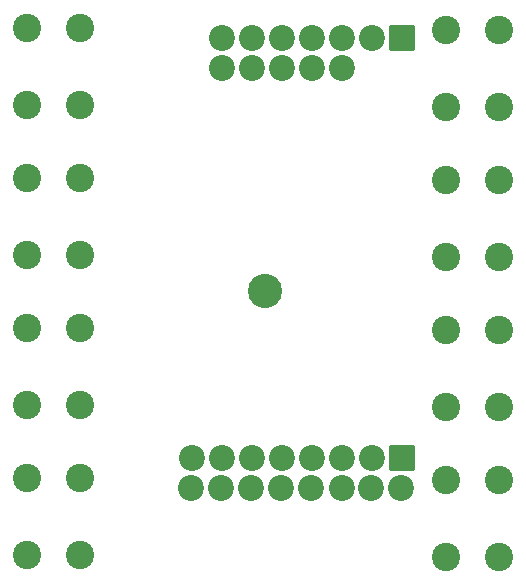
<source format=gbr>
G04 #@! TF.GenerationSoftware,KiCad,Pcbnew,6.0.11-2627ca5db0~126~ubuntu22.04.1*
G04 #@! TF.CreationDate,2023-12-06T10:13:38+01:00*
G04 #@! TF.ProjectId,pushbutton8,70757368-6275-4747-946f-6e382e6b6963,3*
G04 #@! TF.SameCoordinates,PX6657f38PY8eeaea0*
G04 #@! TF.FileFunction,Soldermask,Bot*
G04 #@! TF.FilePolarity,Negative*
%FSLAX46Y46*%
G04 Gerber Fmt 4.6, Leading zero omitted, Abs format (unit mm)*
G04 Created by KiCad (PCBNEW 6.0.11-2627ca5db0~126~ubuntu22.04.1) date 2023-12-06 10:13:38*
%MOMM*%
%LPD*%
G01*
G04 APERTURE LIST*
G04 Aperture macros list*
%AMRoundRect*
0 Rectangle with rounded corners*
0 $1 Rounding radius*
0 $2 $3 $4 $5 $6 $7 $8 $9 X,Y pos of 4 corners*
0 Add a 4 corners polygon primitive as box body*
4,1,4,$2,$3,$4,$5,$6,$7,$8,$9,$2,$3,0*
0 Add four circle primitives for the rounded corners*
1,1,$1+$1,$2,$3*
1,1,$1+$1,$4,$5*
1,1,$1+$1,$6,$7*
1,1,$1+$1,$8,$9*
0 Add four rect primitives between the rounded corners*
20,1,$1+$1,$2,$3,$4,$5,0*
20,1,$1+$1,$4,$5,$6,$7,0*
20,1,$1+$1,$6,$7,$8,$9,0*
20,1,$1+$1,$8,$9,$2,$3,0*%
G04 Aperture macros list end*
%ADD10C,2.400000*%
%ADD11C,2.900000*%
%ADD12RoundRect,0.200000X-0.900000X-0.900000X0.900000X-0.900000X0.900000X0.900000X-0.900000X0.900000X0*%
%ADD13C,2.200000*%
G04 APERTURE END LIST*
D10*
X0Y38100000D03*
X0Y44600000D03*
X4500000Y38100000D03*
X4500000Y44600000D03*
X0Y25400000D03*
X0Y31900000D03*
X4500000Y25400000D03*
X4500000Y31900000D03*
X0Y12700000D03*
X0Y19200000D03*
X4500000Y19200000D03*
X4500000Y12700000D03*
X0Y6500000D03*
X0Y0D03*
X4500000Y0D03*
X4500000Y6500000D03*
X40005000Y44450000D03*
X40005000Y37950000D03*
X35505000Y44450000D03*
X35505000Y37950000D03*
X40005000Y25250000D03*
X40005000Y31750000D03*
X35505000Y25250000D03*
X35505000Y31750000D03*
X40005000Y12550000D03*
X40005000Y19050000D03*
X35505000Y12550000D03*
X35505000Y19050000D03*
X40005000Y-150000D03*
X40005000Y6350000D03*
X35505000Y-150000D03*
X35505000Y6350000D03*
D11*
X20185000Y22360000D03*
D12*
X31750000Y8255000D03*
D13*
X31720000Y5715000D03*
X29210000Y8255000D03*
X29180000Y5715000D03*
X26670000Y8255000D03*
X26670000Y5715000D03*
X24130000Y8255000D03*
X24100000Y5715000D03*
X21590000Y8255000D03*
X21560000Y5715000D03*
X19050000Y8255000D03*
X19020000Y5715000D03*
X16510000Y8255000D03*
X16480000Y5715000D03*
X13970000Y8255000D03*
X13940000Y5715000D03*
D12*
X31750000Y43815000D03*
D13*
X29210000Y43815000D03*
X26670000Y43815000D03*
X26670000Y41275000D03*
X24130000Y43815000D03*
X24130000Y41275000D03*
X21590000Y43815000D03*
X21590000Y41275000D03*
X19050000Y43815000D03*
X19050000Y41275000D03*
X16510000Y43815000D03*
X16510000Y41275000D03*
M02*

</source>
